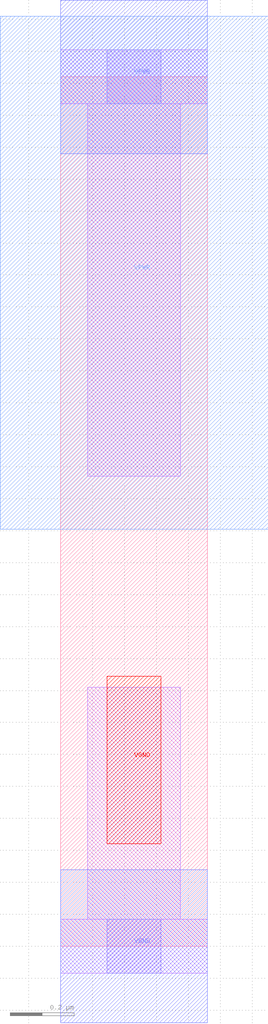
<source format=lef>
# Copyright 2020 The SkyWater PDK Authors
#
# Licensed under the Apache License, Version 2.0 (the "License");
# you may not use this file except in compliance with the License.
# You may obtain a copy of the License at
#
#     https://www.apache.org/licenses/LICENSE-2.0
#
# Unless required by applicable law or agreed to in writing, software
# distributed under the License is distributed on an "AS IS" BASIS,
# WITHOUT WARRANTIES OR CONDITIONS OF ANY KIND, either express or implied.
# See the License for the specific language governing permissions and
# limitations under the License.
#
# SPDX-License-Identifier: Apache-2.0

VERSION 5.7 ;
  NOWIREEXTENSIONATPIN ON ;
  DIVIDERCHAR "/" ;
  BUSBITCHARS "[]" ;
MACRO sky130_fd_sc_hd__tapvpwrvgnd_1
  CLASS CORE WELLTAP ;
  FOREIGN sky130_fd_sc_hd__tapvpwrvgnd_1 ;
  ORIGIN  0.000000  0.000000 ;
  SIZE  0.460000 BY  2.720000 ;
  SYMMETRY X Y R90 ;
  SITE unithd ;
  PIN VGND
    DIRECTION INOUT ;
    SHAPE ABUTMENT ;
    USE GROUND ;
    PORT
      LAYER met1 ;
        RECT 0.000000 -0.240000 0.460000 0.240000 ;
      LAYER pwell ;
        RECT 0.145000 0.320000 0.315000 0.845000 ;
    END
  END VGND
  PIN VPWR
    DIRECTION INOUT ;
    SHAPE ABUTMENT ;
    USE POWER ;
    PORT
      LAYER met1 ;
        RECT 0.000000 2.480000 0.460000 2.960000 ;
      LAYER nwell ;
        RECT -0.190000 1.305000 0.650000 2.910000 ;
    END
  END VPWR
  OBS
    LAYER li1 ;
      RECT 0.000000 -0.085000 0.460000 0.085000 ;
      RECT 0.000000  2.635000 0.460000 2.805000 ;
      RECT 0.085000  0.085000 0.375000 0.810000 ;
      RECT 0.085000  1.470000 0.375000 2.635000 ;
    LAYER mcon ;
      RECT 0.145000 -0.085000 0.315000 0.085000 ;
      RECT 0.145000  2.635000 0.315000 2.805000 ;
  END
END sky130_fd_sc_hd__tapvpwrvgnd_1
END LIBRARY

</source>
